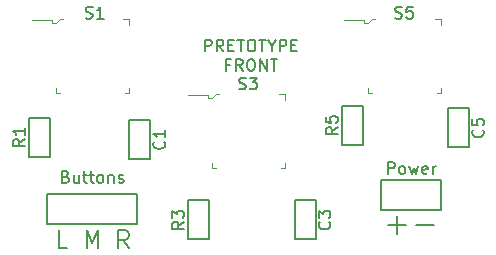
<source format=gbr>
G04 #@! TF.GenerationSoftware,KiCad,Pcbnew,(5.1.4)-1*
G04 #@! TF.CreationDate,2019-11-04T21:22:20-05:00*
G04 #@! TF.ProjectId,ButtonBoard,42757474-6f6e-4426-9f61-72642e6b6963,rev?*
G04 #@! TF.SameCoordinates,Original*
G04 #@! TF.FileFunction,Legend,Top*
G04 #@! TF.FilePolarity,Positive*
%FSLAX46Y46*%
G04 Gerber Fmt 4.6, Leading zero omitted, Abs format (unit mm)*
G04 Created by KiCad (PCBNEW (5.1.4)-1) date 2019-11-04 21:22:20*
%MOMM*%
%LPD*%
G04 APERTURE LIST*
%ADD10C,0.150000*%
%ADD11C,0.127000*%
%ADD12C,0.100000*%
G04 APERTURE END LIST*
D10*
X9519047Y372619D02*
X9519047Y1372619D01*
X9900000Y1372619D01*
X9995238Y1325000D01*
X10042857Y1277380D01*
X10090476Y1182142D01*
X10090476Y1039285D01*
X10042857Y944047D01*
X9995238Y896428D01*
X9900000Y848809D01*
X9519047Y848809D01*
X11090476Y372619D02*
X10757142Y848809D01*
X10519047Y372619D02*
X10519047Y1372619D01*
X10900000Y1372619D01*
X10995238Y1325000D01*
X11042857Y1277380D01*
X11090476Y1182142D01*
X11090476Y1039285D01*
X11042857Y944047D01*
X10995238Y896428D01*
X10900000Y848809D01*
X10519047Y848809D01*
X11519047Y896428D02*
X11852380Y896428D01*
X11995238Y372619D02*
X11519047Y372619D01*
X11519047Y1372619D01*
X11995238Y1372619D01*
X12280952Y1372619D02*
X12852380Y1372619D01*
X12566666Y372619D02*
X12566666Y1372619D01*
X13376190Y1372619D02*
X13566666Y1372619D01*
X13661904Y1325000D01*
X13757142Y1229761D01*
X13804761Y1039285D01*
X13804761Y705952D01*
X13757142Y515476D01*
X13661904Y420238D01*
X13566666Y372619D01*
X13376190Y372619D01*
X13280952Y420238D01*
X13185714Y515476D01*
X13138095Y705952D01*
X13138095Y1039285D01*
X13185714Y1229761D01*
X13280952Y1325000D01*
X13376190Y1372619D01*
X14090476Y1372619D02*
X14661904Y1372619D01*
X14376190Y372619D02*
X14376190Y1372619D01*
X15185714Y848809D02*
X15185714Y372619D01*
X14852380Y1372619D02*
X15185714Y848809D01*
X15519047Y1372619D01*
X15852380Y372619D02*
X15852380Y1372619D01*
X16233333Y1372619D01*
X16328571Y1325000D01*
X16376190Y1277380D01*
X16423809Y1182142D01*
X16423809Y1039285D01*
X16376190Y944047D01*
X16328571Y896428D01*
X16233333Y848809D01*
X15852380Y848809D01*
X16852380Y896428D02*
X17185714Y896428D01*
X17328571Y372619D02*
X16852380Y372619D01*
X16852380Y1372619D01*
X17328571Y1372619D01*
X11614285Y-753571D02*
X11280952Y-753571D01*
X11280952Y-1277380D02*
X11280952Y-277380D01*
X11757142Y-277380D01*
X12709523Y-1277380D02*
X12376190Y-801190D01*
X12138095Y-1277380D02*
X12138095Y-277380D01*
X12519047Y-277380D01*
X12614285Y-325000D01*
X12661904Y-372619D01*
X12709523Y-467857D01*
X12709523Y-610714D01*
X12661904Y-705952D01*
X12614285Y-753571D01*
X12519047Y-801190D01*
X12138095Y-801190D01*
X13328571Y-277380D02*
X13519047Y-277380D01*
X13614285Y-325000D01*
X13709523Y-420238D01*
X13757142Y-610714D01*
X13757142Y-944047D01*
X13709523Y-1134523D01*
X13614285Y-1229761D01*
X13519047Y-1277380D01*
X13328571Y-1277380D01*
X13233333Y-1229761D01*
X13138095Y-1134523D01*
X13090476Y-944047D01*
X13090476Y-610714D01*
X13138095Y-420238D01*
X13233333Y-325000D01*
X13328571Y-277380D01*
X14185714Y-1277380D02*
X14185714Y-277380D01*
X14757142Y-1277380D01*
X14757142Y-277380D01*
X15090476Y-277380D02*
X15661904Y-277380D01*
X15376190Y-1277380D02*
X15376190Y-277380D01*
X3064285Y-16278571D02*
X2564285Y-15564285D01*
X2207142Y-16278571D02*
X2207142Y-14778571D01*
X2778571Y-14778571D01*
X2921428Y-14850000D01*
X2992857Y-14921428D01*
X3064285Y-15064285D01*
X3064285Y-15278571D01*
X2992857Y-15421428D01*
X2921428Y-15492857D01*
X2778571Y-15564285D01*
X2207142Y-15564285D01*
X-499999Y-16278571D02*
X-499999Y-14778571D01*
X0Y-15850000D01*
X500000Y-14778571D01*
X500000Y-16278571D01*
X-2135714Y-16278571D02*
X-2850000Y-16278571D01*
X-2850000Y-14778571D01*
X27438095Y-14342857D02*
X28961904Y-14342857D01*
X25038095Y-14342857D02*
X26561904Y-14342857D01*
X25800000Y-15104761D02*
X25800000Y-13580952D01*
D11*
X4889000Y-8761000D02*
X3111000Y-8761000D01*
X3111000Y-8761000D02*
X3111000Y-5459000D01*
X3111000Y-5459000D02*
X4889000Y-5459000D01*
X4889000Y-5459000D02*
X4889000Y-8761000D01*
X18889000Y-15540000D02*
X17111000Y-15540000D01*
X17111000Y-15540000D02*
X17111000Y-12238000D01*
X17111000Y-12238000D02*
X18889000Y-12238000D01*
X18889000Y-12238000D02*
X18889000Y-15540000D01*
X31889000Y-4459000D02*
X31889000Y-7761000D01*
X30111000Y-4459000D02*
X31889000Y-4459000D01*
X30111000Y-7761000D02*
X30111000Y-4459000D01*
X31889000Y-7761000D02*
X30111000Y-7761000D01*
X-5389000Y-8540000D02*
X-5389000Y-5238000D01*
X-3611000Y-8540000D02*
X-5389000Y-8540000D01*
X-3611000Y-5238000D02*
X-3611000Y-8540000D01*
X-5389000Y-5238000D02*
X-3611000Y-5238000D01*
X8111000Y-12238000D02*
X9889000Y-12238000D01*
X9889000Y-12238000D02*
X9889000Y-15540000D01*
X9889000Y-15540000D02*
X8111000Y-15540000D01*
X8111000Y-15540000D02*
X8111000Y-12238000D01*
X21111000Y-4238000D02*
X22889000Y-4238000D01*
X22889000Y-4238000D02*
X22889000Y-7540000D01*
X22889000Y-7540000D02*
X21111000Y-7540000D01*
X21111000Y-7540000D02*
X21111000Y-4238000D01*
D12*
X-2775000Y3125000D02*
X-2475000Y3125000D01*
X-2775000Y3125000D02*
X-3125000Y2800000D01*
X-3125000Y2800000D02*
X-3425000Y2800000D01*
X-3425000Y2800000D02*
X-3425000Y3025000D01*
X-3425000Y3025000D02*
X-5075000Y3025000D01*
X3125000Y2575000D02*
X3125000Y3125000D01*
X3125000Y3125000D02*
X2625000Y3125000D01*
X-2725000Y-3125000D02*
X-3125000Y-3125000D01*
X-3125000Y-3125000D02*
X-3125000Y-2725000D01*
X3125000Y-2750000D02*
X3125000Y-3125000D01*
X3125000Y-3125000D02*
X2750000Y-3125000D01*
X16333000Y-9475000D02*
X15958000Y-9475000D01*
X16333000Y-9100000D02*
X16333000Y-9475000D01*
X10083000Y-9475000D02*
X10083000Y-9075000D01*
X10483000Y-9475000D02*
X10083000Y-9475000D01*
X16333000Y-3225000D02*
X15833000Y-3225000D01*
X16333000Y-3775000D02*
X16333000Y-3225000D01*
X9783000Y-3325000D02*
X8133000Y-3325000D01*
X9783000Y-3550000D02*
X9783000Y-3325000D01*
X10083000Y-3550000D02*
X9783000Y-3550000D01*
X10433000Y-3225000D02*
X10083000Y-3550000D01*
X10433000Y-3225000D02*
X10733000Y-3225000D01*
X23641000Y3125000D02*
X23941000Y3125000D01*
X23641000Y3125000D02*
X23291000Y2800000D01*
X23291000Y2800000D02*
X22991000Y2800000D01*
X22991000Y2800000D02*
X22991000Y3025000D01*
X22991000Y3025000D02*
X21341000Y3025000D01*
X29541000Y2575000D02*
X29541000Y3125000D01*
X29541000Y3125000D02*
X29041000Y3125000D01*
X23691000Y-3125000D02*
X23291000Y-3125000D01*
X23291000Y-3125000D02*
X23291000Y-2725000D01*
X29541000Y-2750000D02*
X29541000Y-3125000D01*
X29541000Y-3125000D02*
X29166000Y-3125000D01*
D10*
X29540000Y-13070000D02*
X24460000Y-13070000D01*
X29540000Y-10530000D02*
X29540000Y-13070000D01*
X24460000Y-10530000D02*
X29540000Y-10530000D01*
X24460000Y-13070000D02*
X24460000Y-10530000D01*
D11*
X3810000Y-14270000D02*
X-3810000Y-14270000D01*
X3810000Y-11730000D02*
X3810000Y-14270000D01*
X-3810000Y-11730000D02*
X3810000Y-11730000D01*
X-3810000Y-14270000D02*
X-3810000Y-11730000D01*
D10*
X6057142Y-7276666D02*
X6104761Y-7324285D01*
X6152380Y-7467142D01*
X6152380Y-7562380D01*
X6104761Y-7705238D01*
X6009523Y-7800476D01*
X5914285Y-7848095D01*
X5723809Y-7895714D01*
X5580952Y-7895714D01*
X5390476Y-7848095D01*
X5295238Y-7800476D01*
X5200000Y-7705238D01*
X5152380Y-7562380D01*
X5152380Y-7467142D01*
X5200000Y-7324285D01*
X5247619Y-7276666D01*
X6152380Y-6324285D02*
X6152380Y-6895714D01*
X6152380Y-6610000D02*
X5152380Y-6610000D01*
X5295238Y-6705238D01*
X5390476Y-6800476D01*
X5438095Y-6895714D01*
X20057142Y-14055666D02*
X20104761Y-14103285D01*
X20152380Y-14246142D01*
X20152380Y-14341380D01*
X20104761Y-14484238D01*
X20009523Y-14579476D01*
X19914285Y-14627095D01*
X19723809Y-14674714D01*
X19580952Y-14674714D01*
X19390476Y-14627095D01*
X19295238Y-14579476D01*
X19200000Y-14484238D01*
X19152380Y-14341380D01*
X19152380Y-14246142D01*
X19200000Y-14103285D01*
X19247619Y-14055666D01*
X19152380Y-13722333D02*
X19152380Y-13103285D01*
X19533333Y-13436619D01*
X19533333Y-13293761D01*
X19580952Y-13198523D01*
X19628571Y-13150904D01*
X19723809Y-13103285D01*
X19961904Y-13103285D01*
X20057142Y-13150904D01*
X20104761Y-13198523D01*
X20152380Y-13293761D01*
X20152380Y-13579476D01*
X20104761Y-13674714D01*
X20057142Y-13722333D01*
X33057142Y-6276666D02*
X33104761Y-6324285D01*
X33152380Y-6467142D01*
X33152380Y-6562380D01*
X33104761Y-6705238D01*
X33009523Y-6800476D01*
X32914285Y-6848095D01*
X32723809Y-6895714D01*
X32580952Y-6895714D01*
X32390476Y-6848095D01*
X32295238Y-6800476D01*
X32200000Y-6705238D01*
X32152380Y-6562380D01*
X32152380Y-6467142D01*
X32200000Y-6324285D01*
X32247619Y-6276666D01*
X32152380Y-5371904D02*
X32152380Y-5848095D01*
X32628571Y-5895714D01*
X32580952Y-5848095D01*
X32533333Y-5752857D01*
X32533333Y-5514761D01*
X32580952Y-5419523D01*
X32628571Y-5371904D01*
X32723809Y-5324285D01*
X32961904Y-5324285D01*
X33057142Y-5371904D01*
X33104761Y-5419523D01*
X33152380Y-5514761D01*
X33152380Y-5752857D01*
X33104761Y-5848095D01*
X33057142Y-5895714D01*
X-5747619Y-7055666D02*
X-6223809Y-7389000D01*
X-5747619Y-7627095D02*
X-6747619Y-7627095D01*
X-6747619Y-7246142D01*
X-6700000Y-7150904D01*
X-6652380Y-7103285D01*
X-6557142Y-7055666D01*
X-6414285Y-7055666D01*
X-6319047Y-7103285D01*
X-6271428Y-7150904D01*
X-6223809Y-7246142D01*
X-6223809Y-7627095D01*
X-5747619Y-6103285D02*
X-5747619Y-6674714D01*
X-5747619Y-6389000D02*
X-6747619Y-6389000D01*
X-6604761Y-6484238D01*
X-6509523Y-6579476D01*
X-6461904Y-6674714D01*
X7752380Y-14055666D02*
X7276190Y-14389000D01*
X7752380Y-14627095D02*
X6752380Y-14627095D01*
X6752380Y-14246142D01*
X6800000Y-14150904D01*
X6847619Y-14103285D01*
X6942857Y-14055666D01*
X7085714Y-14055666D01*
X7180952Y-14103285D01*
X7228571Y-14150904D01*
X7276190Y-14246142D01*
X7276190Y-14627095D01*
X6752380Y-13722333D02*
X6752380Y-13103285D01*
X7133333Y-13436619D01*
X7133333Y-13293761D01*
X7180952Y-13198523D01*
X7228571Y-13150904D01*
X7323809Y-13103285D01*
X7561904Y-13103285D01*
X7657142Y-13150904D01*
X7704761Y-13198523D01*
X7752380Y-13293761D01*
X7752380Y-13579476D01*
X7704761Y-13674714D01*
X7657142Y-13722333D01*
X20752380Y-6055666D02*
X20276190Y-6389000D01*
X20752380Y-6627095D02*
X19752380Y-6627095D01*
X19752380Y-6246142D01*
X19800000Y-6150904D01*
X19847619Y-6103285D01*
X19942857Y-6055666D01*
X20085714Y-6055666D01*
X20180952Y-6103285D01*
X20228571Y-6150904D01*
X20276190Y-6246142D01*
X20276190Y-6627095D01*
X19752380Y-5150904D02*
X19752380Y-5627095D01*
X20228571Y-5674714D01*
X20180952Y-5627095D01*
X20133333Y-5531857D01*
X20133333Y-5293761D01*
X20180952Y-5198523D01*
X20228571Y-5150904D01*
X20323809Y-5103285D01*
X20561904Y-5103285D01*
X20657142Y-5150904D01*
X20704761Y-5198523D01*
X20752380Y-5293761D01*
X20752380Y-5531857D01*
X20704761Y-5627095D01*
X20657142Y-5674714D01*
X-561904Y3195238D02*
X-419047Y3147619D01*
X-180952Y3147619D01*
X-85714Y3195238D01*
X-38095Y3242857D01*
X9523Y3338095D01*
X9523Y3433333D01*
X-38095Y3528571D01*
X-85714Y3576190D01*
X-180952Y3623809D01*
X-371428Y3671428D01*
X-466666Y3719047D01*
X-514285Y3766666D01*
X-561904Y3861904D01*
X-561904Y3957142D01*
X-514285Y4052380D01*
X-466666Y4100000D01*
X-371428Y4147619D01*
X-133333Y4147619D01*
X9523Y4100000D01*
X961904Y3147619D02*
X390476Y3147619D01*
X676190Y3147619D02*
X676190Y4147619D01*
X580952Y4004761D01*
X485714Y3909523D01*
X390476Y3861904D01*
X12416095Y-2804761D02*
X12558952Y-2852380D01*
X12797047Y-2852380D01*
X12892285Y-2804761D01*
X12939904Y-2757142D01*
X12987523Y-2661904D01*
X12987523Y-2566666D01*
X12939904Y-2471428D01*
X12892285Y-2423809D01*
X12797047Y-2376190D01*
X12606571Y-2328571D01*
X12511333Y-2280952D01*
X12463714Y-2233333D01*
X12416095Y-2138095D01*
X12416095Y-2042857D01*
X12463714Y-1947619D01*
X12511333Y-1900000D01*
X12606571Y-1852380D01*
X12844666Y-1852380D01*
X12987523Y-1900000D01*
X13320857Y-1852380D02*
X13939904Y-1852380D01*
X13606571Y-2233333D01*
X13749428Y-2233333D01*
X13844666Y-2280952D01*
X13892285Y-2328571D01*
X13939904Y-2423809D01*
X13939904Y-2661904D01*
X13892285Y-2757142D01*
X13844666Y-2804761D01*
X13749428Y-2852380D01*
X13463714Y-2852380D01*
X13368476Y-2804761D01*
X13320857Y-2757142D01*
X25638095Y3195238D02*
X25780952Y3147619D01*
X26019047Y3147619D01*
X26114285Y3195238D01*
X26161904Y3242857D01*
X26209523Y3338095D01*
X26209523Y3433333D01*
X26161904Y3528571D01*
X26114285Y3576190D01*
X26019047Y3623809D01*
X25828571Y3671428D01*
X25733333Y3719047D01*
X25685714Y3766666D01*
X25638095Y3861904D01*
X25638095Y3957142D01*
X25685714Y4052380D01*
X25733333Y4100000D01*
X25828571Y4147619D01*
X26066666Y4147619D01*
X26209523Y4100000D01*
X27114285Y4147619D02*
X26638095Y4147619D01*
X26590476Y3671428D01*
X26638095Y3719047D01*
X26733333Y3766666D01*
X26971428Y3766666D01*
X27066666Y3719047D01*
X27114285Y3671428D01*
X27161904Y3576190D01*
X27161904Y3338095D01*
X27114285Y3242857D01*
X27066666Y3195238D01*
X26971428Y3147619D01*
X26733333Y3147619D01*
X26638095Y3195238D01*
X26590476Y3242857D01*
X25023809Y-10002380D02*
X25023809Y-9002380D01*
X25404761Y-9002380D01*
X25499999Y-9050000D01*
X25547619Y-9097619D01*
X25595238Y-9192857D01*
X25595238Y-9335714D01*
X25547619Y-9430952D01*
X25499999Y-9478571D01*
X25404761Y-9526190D01*
X25023809Y-9526190D01*
X26166666Y-10002380D02*
X26071428Y-9954761D01*
X26023809Y-9907142D01*
X25976190Y-9811904D01*
X25976190Y-9526190D01*
X26023809Y-9430952D01*
X26071428Y-9383333D01*
X26166666Y-9335714D01*
X26309523Y-9335714D01*
X26404761Y-9383333D01*
X26452380Y-9430952D01*
X26499999Y-9526190D01*
X26499999Y-9811904D01*
X26452380Y-9907142D01*
X26404761Y-9954761D01*
X26309523Y-10002380D01*
X26166666Y-10002380D01*
X26833333Y-9335714D02*
X27023809Y-10002380D01*
X27214285Y-9526190D01*
X27404761Y-10002380D01*
X27595238Y-9335714D01*
X28357142Y-9954761D02*
X28261904Y-10002380D01*
X28071428Y-10002380D01*
X27976190Y-9954761D01*
X27928571Y-9859523D01*
X27928571Y-9478571D01*
X27976190Y-9383333D01*
X28071428Y-9335714D01*
X28261904Y-9335714D01*
X28357142Y-9383333D01*
X28404761Y-9478571D01*
X28404761Y-9573809D01*
X27928571Y-9669047D01*
X28833333Y-10002380D02*
X28833333Y-9335714D01*
X28833333Y-9526190D02*
X28880952Y-9430952D01*
X28928571Y-9383333D01*
X29023809Y-9335714D01*
X29119047Y-9335714D01*
X-2261904Y-10228571D02*
X-2119047Y-10276190D01*
X-2071428Y-10323809D01*
X-2023809Y-10419047D01*
X-2023809Y-10561904D01*
X-2071428Y-10657142D01*
X-2119047Y-10704761D01*
X-2214285Y-10752380D01*
X-2595238Y-10752380D01*
X-2595238Y-9752380D01*
X-2261904Y-9752380D01*
X-2166666Y-9800000D01*
X-2119047Y-9847619D01*
X-2071428Y-9942857D01*
X-2071428Y-10038095D01*
X-2119047Y-10133333D01*
X-2166666Y-10180952D01*
X-2261904Y-10228571D01*
X-2595238Y-10228571D01*
X-1166666Y-10085714D02*
X-1166666Y-10752380D01*
X-1595238Y-10085714D02*
X-1595238Y-10609523D01*
X-1547619Y-10704761D01*
X-1452380Y-10752380D01*
X-1309523Y-10752380D01*
X-1214285Y-10704761D01*
X-1166666Y-10657142D01*
X-833333Y-10085714D02*
X-452380Y-10085714D01*
X-690476Y-9752380D02*
X-690476Y-10609523D01*
X-642857Y-10704761D01*
X-547619Y-10752380D01*
X-452380Y-10752380D01*
X-261904Y-10085714D02*
X119047Y-10085714D01*
X-119047Y-9752380D02*
X-119047Y-10609523D01*
X-71428Y-10704761D01*
X23809Y-10752380D01*
X119047Y-10752380D01*
X595238Y-10752380D02*
X500000Y-10704761D01*
X452380Y-10657142D01*
X404761Y-10561904D01*
X404761Y-10276190D01*
X452380Y-10180952D01*
X500000Y-10133333D01*
X595238Y-10085714D01*
X738095Y-10085714D01*
X833333Y-10133333D01*
X880952Y-10180952D01*
X928571Y-10276190D01*
X928571Y-10561904D01*
X880952Y-10657142D01*
X833333Y-10704761D01*
X738095Y-10752380D01*
X595238Y-10752380D01*
X1357142Y-10085714D02*
X1357142Y-10752380D01*
X1357142Y-10180952D02*
X1404761Y-10133333D01*
X1499999Y-10085714D01*
X1642857Y-10085714D01*
X1738095Y-10133333D01*
X1785714Y-10228571D01*
X1785714Y-10752380D01*
X2214285Y-10704761D02*
X2309523Y-10752380D01*
X2499999Y-10752380D01*
X2595238Y-10704761D01*
X2642857Y-10609523D01*
X2642857Y-10561904D01*
X2595238Y-10466666D01*
X2499999Y-10419047D01*
X2357142Y-10419047D01*
X2261904Y-10371428D01*
X2214285Y-10276190D01*
X2214285Y-10228571D01*
X2261904Y-10133333D01*
X2357142Y-10085714D01*
X2499999Y-10085714D01*
X2595238Y-10133333D01*
M02*

</source>
